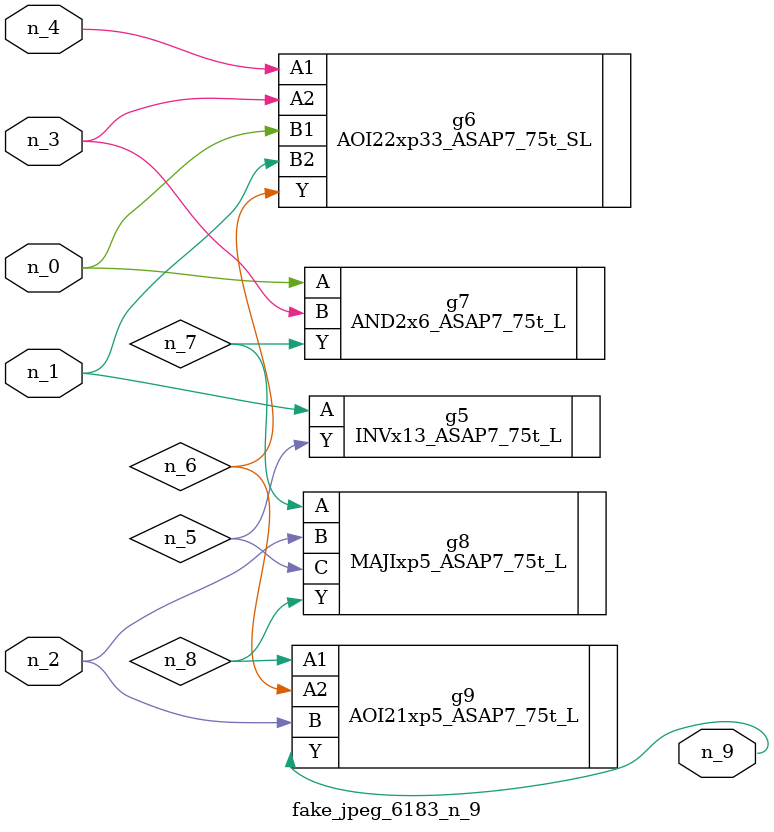
<source format=v>
module fake_jpeg_6183_n_9 (n_3, n_2, n_1, n_0, n_4, n_9);

input n_3;
input n_2;
input n_1;
input n_0;
input n_4;

output n_9;

wire n_8;
wire n_6;
wire n_5;
wire n_7;

INVx13_ASAP7_75t_L g5 ( 
.A(n_1),
.Y(n_5)
);

AOI22xp33_ASAP7_75t_SL g6 ( 
.A1(n_4),
.A2(n_3),
.B1(n_0),
.B2(n_1),
.Y(n_6)
);

AND2x6_ASAP7_75t_L g7 ( 
.A(n_0),
.B(n_3),
.Y(n_7)
);

MAJIxp5_ASAP7_75t_L g8 ( 
.A(n_7),
.B(n_2),
.C(n_5),
.Y(n_8)
);

AOI21xp5_ASAP7_75t_L g9 ( 
.A1(n_8),
.A2(n_6),
.B(n_2),
.Y(n_9)
);


endmodule
</source>
